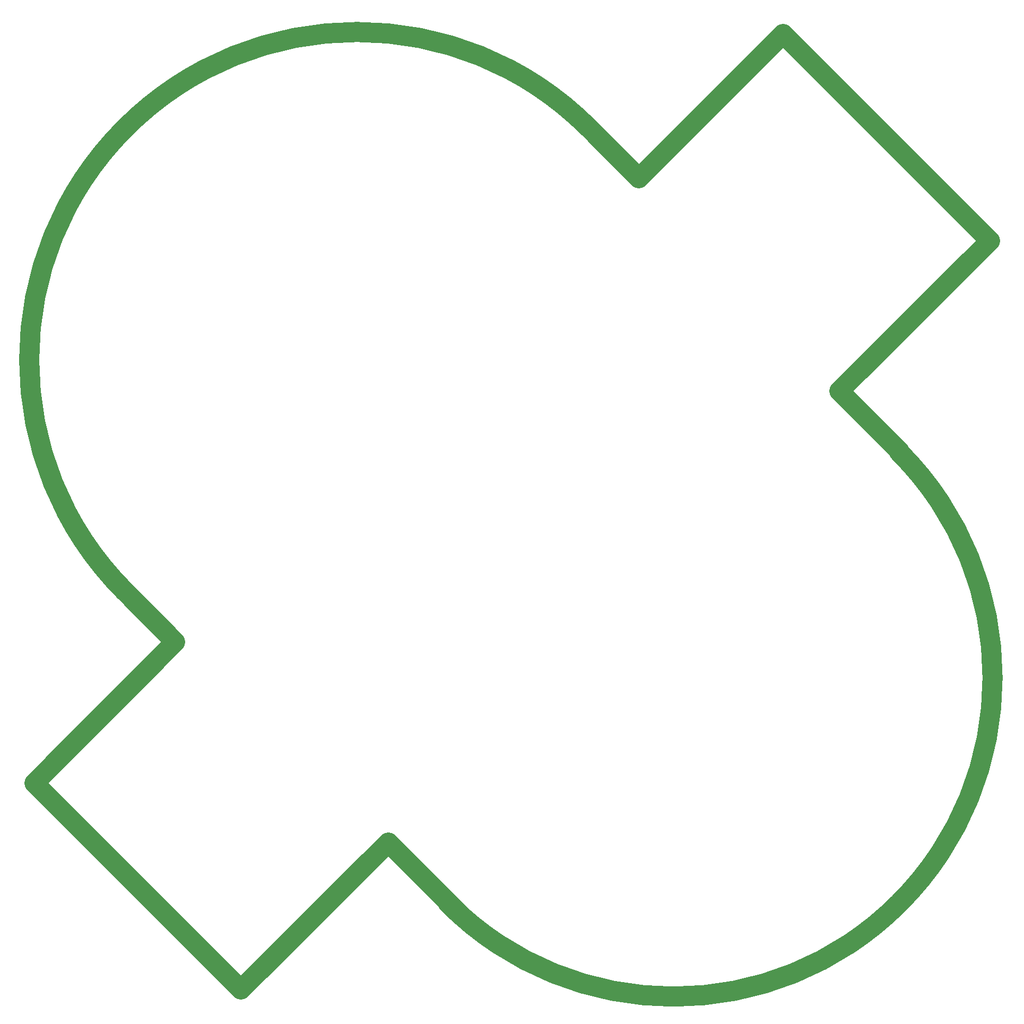
<source format=gbr>
G04 #@! TF.GenerationSoftware,KiCad,Pcbnew,5.0.2-bee76a0~70~ubuntu18.04.1*
G04 #@! TF.CreationDate,2020-03-28T00:32:54-04:00*
G04 #@! TF.ProjectId,synth,73796e74-682e-46b6-9963-61645f706362,rev?*
G04 #@! TF.SameCoordinates,Original*
G04 #@! TF.FileFunction,Drawing*
%FSLAX46Y46*%
G04 Gerber Fmt 4.6, Leading zero omitted, Abs format (unit mm)*
G04 Created by KiCad (PCBNEW 5.0.2-bee76a0~70~ubuntu18.04.1) date Sat 28 Mar 2020 12:32:54 AM EDT*
%MOMM*%
%LPD*%
G01*
G04 APERTURE LIST*
%ADD10C,3.175000*%
G04 APERTURE END LIST*
D10*
X195999999Y-82000001D02*
G75*
G02X124000001Y-153999999I-35999999J-35999999D01*
G01*
X72500001Y-104299999D02*
G75*
G02X146499999Y-30300001I36999999J36999999D01*
G01*
X210500000Y-48300000D02*
X177500000Y-15300000D01*
X80500000Y-112300000D02*
X57999999Y-134800000D01*
X154500000Y-38300000D02*
X177500000Y-15300000D01*
X186500000Y-72300000D02*
X210500000Y-48300000D01*
X196000000Y-81800000D02*
X186500000Y-72300000D01*
X114500000Y-144300000D02*
X91000000Y-167800000D01*
X57999999Y-134800000D02*
X91000000Y-167800000D01*
X72500000Y-104300000D02*
X80500000Y-112300000D01*
X154500000Y-38300000D02*
X146500000Y-30300000D01*
X126000000Y-155800000D02*
X114500000Y-144300000D01*
M02*

</source>
